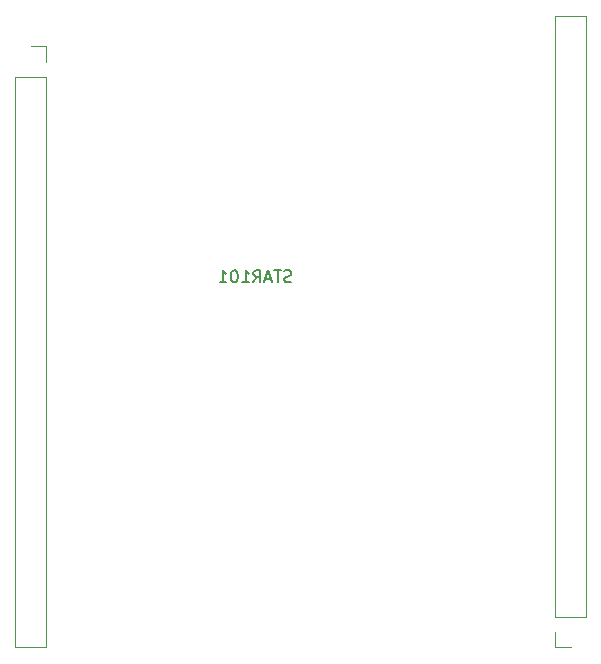
<source format=gbr>
%TF.GenerationSoftware,KiCad,Pcbnew,7.0.8*%
%TF.CreationDate,2024-01-04T13:39:42+01:00*%
%TF.ProjectId,OSSI_CM2,4f535349-5f43-44d3-922e-6b696361645f,rev?*%
%TF.SameCoordinates,Original*%
%TF.FileFunction,Legend,Bot*%
%TF.FilePolarity,Positive*%
%FSLAX46Y46*%
G04 Gerber Fmt 4.6, Leading zero omitted, Abs format (unit mm)*
G04 Created by KiCad (PCBNEW 7.0.8) date 2024-01-04 13:39:42*
%MOMM*%
%LPD*%
G01*
G04 APERTURE LIST*
%ADD10C,0.150000*%
%ADD11C,0.120000*%
G04 APERTURE END LIST*
D10*
X141423809Y-96082200D02*
X141280952Y-96129819D01*
X141280952Y-96129819D02*
X141042857Y-96129819D01*
X141042857Y-96129819D02*
X140947619Y-96082200D01*
X140947619Y-96082200D02*
X140900000Y-96034580D01*
X140900000Y-96034580D02*
X140852381Y-95939342D01*
X140852381Y-95939342D02*
X140852381Y-95844104D01*
X140852381Y-95844104D02*
X140900000Y-95748866D01*
X140900000Y-95748866D02*
X140947619Y-95701247D01*
X140947619Y-95701247D02*
X141042857Y-95653628D01*
X141042857Y-95653628D02*
X141233333Y-95606009D01*
X141233333Y-95606009D02*
X141328571Y-95558390D01*
X141328571Y-95558390D02*
X141376190Y-95510771D01*
X141376190Y-95510771D02*
X141423809Y-95415533D01*
X141423809Y-95415533D02*
X141423809Y-95320295D01*
X141423809Y-95320295D02*
X141376190Y-95225057D01*
X141376190Y-95225057D02*
X141328571Y-95177438D01*
X141328571Y-95177438D02*
X141233333Y-95129819D01*
X141233333Y-95129819D02*
X140995238Y-95129819D01*
X140995238Y-95129819D02*
X140852381Y-95177438D01*
X140566666Y-95129819D02*
X139995238Y-95129819D01*
X140280952Y-96129819D02*
X140280952Y-95129819D01*
X139709523Y-95844104D02*
X139233333Y-95844104D01*
X139804761Y-96129819D02*
X139471428Y-95129819D01*
X139471428Y-95129819D02*
X139138095Y-96129819D01*
X138233333Y-96129819D02*
X138566666Y-95653628D01*
X138804761Y-96129819D02*
X138804761Y-95129819D01*
X138804761Y-95129819D02*
X138423809Y-95129819D01*
X138423809Y-95129819D02*
X138328571Y-95177438D01*
X138328571Y-95177438D02*
X138280952Y-95225057D01*
X138280952Y-95225057D02*
X138233333Y-95320295D01*
X138233333Y-95320295D02*
X138233333Y-95463152D01*
X138233333Y-95463152D02*
X138280952Y-95558390D01*
X138280952Y-95558390D02*
X138328571Y-95606009D01*
X138328571Y-95606009D02*
X138423809Y-95653628D01*
X138423809Y-95653628D02*
X138804761Y-95653628D01*
X137280952Y-96129819D02*
X137852380Y-96129819D01*
X137566666Y-96129819D02*
X137566666Y-95129819D01*
X137566666Y-95129819D02*
X137661904Y-95272676D01*
X137661904Y-95272676D02*
X137757142Y-95367914D01*
X137757142Y-95367914D02*
X137852380Y-95415533D01*
X136661904Y-95129819D02*
X136566666Y-95129819D01*
X136566666Y-95129819D02*
X136471428Y-95177438D01*
X136471428Y-95177438D02*
X136423809Y-95225057D01*
X136423809Y-95225057D02*
X136376190Y-95320295D01*
X136376190Y-95320295D02*
X136328571Y-95510771D01*
X136328571Y-95510771D02*
X136328571Y-95748866D01*
X136328571Y-95748866D02*
X136376190Y-95939342D01*
X136376190Y-95939342D02*
X136423809Y-96034580D01*
X136423809Y-96034580D02*
X136471428Y-96082200D01*
X136471428Y-96082200D02*
X136566666Y-96129819D01*
X136566666Y-96129819D02*
X136661904Y-96129819D01*
X136661904Y-96129819D02*
X136757142Y-96082200D01*
X136757142Y-96082200D02*
X136804761Y-96034580D01*
X136804761Y-96034580D02*
X136852380Y-95939342D01*
X136852380Y-95939342D02*
X136899999Y-95748866D01*
X136899999Y-95748866D02*
X136899999Y-95510771D01*
X136899999Y-95510771D02*
X136852380Y-95320295D01*
X136852380Y-95320295D02*
X136804761Y-95225057D01*
X136804761Y-95225057D02*
X136757142Y-95177438D01*
X136757142Y-95177438D02*
X136661904Y-95129819D01*
X135376190Y-96129819D02*
X135947618Y-96129819D01*
X135661904Y-96129819D02*
X135661904Y-95129819D01*
X135661904Y-95129819D02*
X135757142Y-95272676D01*
X135757142Y-95272676D02*
X135852380Y-95367914D01*
X135852380Y-95367914D02*
X135947618Y-95415533D01*
D11*
%TO.C,X201*%
X120710000Y-127060000D02*
X118050000Y-127060000D01*
X120710000Y-78740000D02*
X120710000Y-127060000D01*
X120710000Y-78740000D02*
X118050000Y-78740000D01*
X120710000Y-77470000D02*
X120710000Y-76140000D01*
X120710000Y-76140000D02*
X119380000Y-76140000D01*
X118050000Y-78740000D02*
X118050000Y-127060000D01*
%TO.C,X202*%
X163770000Y-73600000D02*
X166430000Y-73600000D01*
X163770000Y-124460000D02*
X163770000Y-73600000D01*
X163770000Y-124460000D02*
X166430000Y-124460000D01*
X163770000Y-125730000D02*
X163770000Y-127060000D01*
X163770000Y-127060000D02*
X165100000Y-127060000D01*
X166430000Y-124460000D02*
X166430000Y-73600000D01*
%TD*%
M02*

</source>
